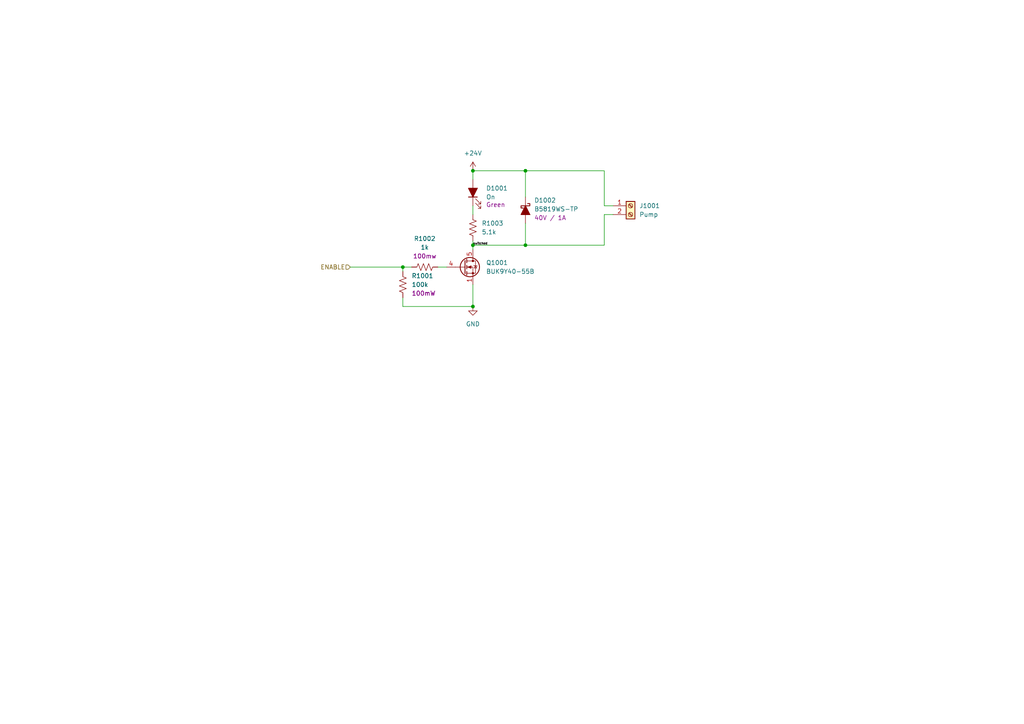
<source format=kicad_sch>
(kicad_sch (version 20230121) (generator eeschema)
  (paper "A4")
  (lib_symbols
    (symbol "Connector:Screw_Terminal_01x02" (pin_names (offset 1.016) hide)
      (property "Reference" "J" (at 0 2.54 0))
      (property "Value" "Screw_Terminal_01x02" (at 0 -5.08 0))
      (symbol "Screw_Terminal_01x02_1_1"
        (rectangle (start -1.27 1.27) (end 1.27 -3.81) (stroke (width 0.254)) (fill (type background)))
        (circle (center 0 -2.54) (radius 0.635) (stroke (width 0.1524)))
        (polyline (pts (xy -0.5334 -2.2098) (xy 0.3302 -3.048)) (stroke (width 0.1524)))
        (polyline (pts (xy -0.5334 0.3302) (xy 0.3302 -0.508)) (stroke (width 0.1524)))
        (polyline (pts (xy -0.3556 -2.032) (xy 0.508 -2.8702)) (stroke (width 0.1524)))
        (polyline (pts (xy -0.3556 0.508) (xy 0.508 -0.3302)) (stroke (width 0.1524)))
        (circle (center 0 0) (radius 0.635) (stroke (width 0.1524)))
        (pin passive line (at -5.08 0 0) (length 3.81) (name "Pin_1") (number "1"))
        (pin passive line (at -5.08 -2.54 0) (length 3.81) (name "Pin_2") (number "2"))
      )
    )
    (symbol "Device:D_Schottky_Filled" (pin_numbers hide) (pin_names (offset 1.016) hide)
      (property "Reference" "D" (at 0 2.54 0))
      (property "Value" "D_Schottky_Filled" (at 0 -2.54 0))
      (symbol "D_Schottky_Filled_0_1"
        (polyline (pts (xy 1.27 0) (xy -1.27 0)))
        (polyline (pts (xy 1.27 1.27) (xy 1.27 -1.27) (xy -1.27 0) (xy 1.27 1.27)) (stroke (width 0.254)) (fill (type outline)))
        (polyline (pts (xy -1.905 0.635) (xy -1.905 1.27) (xy -1.27 1.27) (xy -1.27 -1.27) (xy -0.635 -1.27) (xy -0.635 -0.635)) (stroke (width 0.254)))
      )
      (symbol "D_Schottky_Filled_1_1"
        (pin passive line (at -3.81 0 0) (length 2.54) (name "K") (number "1"))
        (pin passive line (at 3.81 0 180) (length 2.54) (name "A") (number "2"))
      )
    )
    (symbol "Device:LED_Filled" (pin_numbers hide) (pin_names (offset 1.016) hide)
      (property "Reference" "D" (at 0 2.54 0))
      (property "Value" "LED_Filled" (at 0 -2.54 0))
      (symbol "LED_Filled_0_1"
        (polyline (pts (xy -1.27 -1.27) (xy -1.27 1.27)) (stroke (width 0.254)))
        (polyline (pts (xy -1.27 0) (xy 1.27 0)))
        (polyline (pts (xy 1.27 -1.27) (xy 1.27 1.27) (xy -1.27 0) (xy 1.27 -1.27)) (stroke (width 0.254)) (fill (type outline)))
        (polyline (pts (xy -3.048 -0.762) (xy -4.572 -2.286) (xy -3.81 -2.286) (xy -4.572 -2.286) (xy -4.572 -1.524)))
        (polyline (pts (xy -1.778 -0.762) (xy -3.302 -2.286) (xy -2.54 -2.286) (xy -3.302 -2.286) (xy -3.302 -1.524)))
      )
      (symbol "LED_Filled_1_1"
        (pin passive line (at -3.81 0 0) (length 2.54) (name "K") (number "1"))
        (pin passive line (at 3.81 0 180) (length 2.54) (name "A") (number "2"))
      )
    )
    (symbol "Device:R_US" (pin_numbers hide) (pin_names (offset 0))
      (property "Reference" "R" (at 2.54 0 90))
      (property "Value" "R_US" (at -2.54 0 90))
      (symbol "R_US_0_1"
        (polyline (pts (xy 0 -2.286) (xy 0 -2.54)))
        (polyline (pts (xy 0 2.286) (xy 0 2.54)))
        (polyline (pts (xy 0 -0.762) (xy 1.016 -1.143) (xy 0 -1.524) (xy -1.016 -1.905) (xy 0 -2.286)))
        (polyline (pts (xy 0 0.762) (xy 1.016 0.381) (xy 0 0) (xy -1.016 -0.381) (xy 0 -0.762)))
        (polyline (pts (xy 0 2.286) (xy 1.016 1.905) (xy 0 1.524) (xy -1.016 1.143) (xy 0 0.762)))
      )
      (symbol "R_US_1_1"
        (pin passive line (at 0 3.81 270) (length 1.27) (name "~") (number "1"))
        (pin passive line (at 0 -3.81 90) (length 1.27) (name "~") (number "2"))
      )
    )
    (symbol "Transistor_FET:PSMN5R2-60YL" (pin_names hide)
      (property "Reference" "Q" (at 6.35 2.54 0))
      (property "Value" "PSMN5R2-60YL" (at 12.7 0 0))
      (symbol "PSMN5R2-60YL_0_1"
        (polyline (pts (xy 0.254 0) (xy -2.54 0)))
        (polyline (pts (xy 0.254 1.905) (xy 0.254 -1.905)) (stroke (width 0.254)))
        (polyline (pts (xy 0.762 -1.27) (xy 0.762 -2.286)) (stroke (width 0.254)))
        (polyline (pts (xy 0.762 0.508) (xy 0.762 -0.508)) (stroke (width 0.254)))
        (polyline (pts (xy 0.762 2.286) (xy 0.762 1.27)) (stroke (width 0.254)))
        (polyline (pts (xy 2.54 2.54) (xy 2.54 1.778)))
        (polyline (pts (xy 2.54 -2.54) (xy 2.54 0) (xy 0.762 0)))
        (polyline (pts (xy 0.762 -1.778) (xy 3.302 -1.778) (xy 3.302 1.778) (xy 0.762 1.778)))
        (polyline (pts (xy 1.016 0) (xy 2.032 0.381) (xy 2.032 -0.381) (xy 1.016 0)) (fill (type outline)))
        (polyline (pts (xy 2.794 0.508) (xy 2.921 0.381) (xy 3.683 0.381) (xy 3.81 0.254)))
        (polyline (pts (xy 3.302 0.381) (xy 2.921 -0.254) (xy 3.683 -0.254) (xy 3.302 0.381)))
        (circle (center 1.651 0) (radius 2.794) (stroke (width 0.254)))
        (circle (center 2.54 -1.778) (radius 0.254) (fill (type outline)))
        (circle (center 2.54 1.778) (radius 0.254) (fill (type outline)))
      )
      (symbol "PSMN5R2-60YL_1_1"
        (pin passive line (at 2.54 -5.08 90) (length 2.54) (name "S") (number "1"))
        (pin passive line (at 2.54 -5.08 90) (length 2.54) hide (name "S") (number "2"))
        (pin passive line (at 2.54 -5.08 90) (length 2.54) hide (name "S") (number "3"))
        (pin passive line (at -5.08 0 0) (length 2.54) (name "G") (number "4"))
        (pin passive line (at 2.54 5.08 270) (length 2.54) (name "D") (number "5"))
      )
    )
    (symbol "power:+24V" (power) (pin_names (offset 0))
      (property "Value" "+24V" (at 0 3.556 0))
      (symbol "+24V_0_1"
        (polyline (pts (xy -0.762 1.27) (xy 0 2.54)))
        (polyline (pts (xy 0 0) (xy 0 2.54)))
        (polyline (pts (xy 0 2.54) (xy 0.762 1.27)))
      )
      (symbol "+24V_1_1"
        (pin power_in line (at 0 0 90) (length 0) hide (name "+24V") (number "1"))
      )
    )
    (symbol "power:GND" (power) (pin_names (offset 0))
      (property "Value" "GND" (at 0 -3.81 0))
      (symbol "GND_0_1"
        (polyline (pts (xy 0 0) (xy 0 -1.27) (xy 1.27 -1.27) (xy 0 -2.54) (xy -1.27 -1.27) (xy 0 -1.27)))
      )
      (symbol "GND_1_1"
        (pin power_in line (at 0 0 270) (length 0) hide (name "GND") (number "1"))
      )
    )
  )
  (junction (at 116.84 77.47))
  (junction (at 152.4 71.12))
  (junction (at 152.4 49.53))
  (junction (at 137.16 49.53))
  (junction (at 137.16 88.9))
  (junction (at 137.16 71.12))
  (wire (pts (xy 152.4 64.77) (xy 152.4 71.12)))
  (wire (pts (xy 137.16 59.69) (xy 137.16 62.23)))
  (wire (pts (xy 137.16 82.55) (xy 137.16 88.9)))
  (wire (pts (xy 137.16 69.85) (xy 137.16 71.12)))
  (wire (pts (xy 175.26 49.53) (xy 152.4 49.53)))
  (wire (pts (xy 137.16 52.07) (xy 137.16 49.53)))
  (wire (pts (xy 116.84 88.9) (xy 137.16 88.9)))
  (wire (pts (xy 116.84 86.36) (xy 116.84 88.9)))
  (wire (pts (xy 137.16 49.53) (xy 152.4 49.53)))
  (wire (pts (xy 177.8 59.69) (xy 175.26 59.69)))
  (wire (pts (xy 116.84 77.47) (xy 116.84 78.74)))
  (wire (pts (xy 175.26 71.12) (xy 152.4 71.12)))
  (wire (pts (xy 152.4 49.53) (xy 152.4 57.15)))
  (wire (pts (xy 101.6 77.47) (xy 116.84 77.47)))
  (wire (pts (xy 127 77.47) (xy 129.54 77.47)))
  (wire (pts (xy 116.84 77.47) (xy 119.38 77.47)))
  (wire (pts (xy 152.4 71.12) (xy 137.16 71.12)))
  (wire (pts (xy 175.26 62.23) (xy 175.26 71.12)))
  (wire (pts (xy 175.26 59.69) (xy 175.26 49.53)))
  (wire (pts (xy 177.8 62.23) (xy 175.26 62.23)))
  (wire (pts (xy 137.16 71.12) (xy 137.16 72.39)))
  (label "switched" (at 137.16 71.12 0) (effects (font (size 0.64 0.64))))
  (hierarchical_label "ENABLE" (shape input) (at 101.6 77.47 180))
  (symbol (lib_id "Device:D_Schottky_Filled") (at 152.4 60.96 270) (unit 1)
    (property "Reference" "D1002" (at 154.94 58.1025 90) (effects (justify left)))
    (property "Value" "B5819WS-TP" (at 154.94 60.6425 90) (effects (justify left)))
    (property "Footprint" "Droid:D_SOD-323" (effects hide))
    (property "Datasheet" "https://www.mccsemi.com/pdf/Products/B5817WS-B5819WS(SOD-323).PDF" (effects hide))
    (property "Rating" "40V / 1A" (at 154.94 63.1825 90) (effects (justify left)))
    (property "mpn" "B5819WS-TP" (effects hide))
    (instances (project "movertron" (path "" (reference "D1002") (unit 1)) (path "" (reference "D1102") (unit 1)) (path "" (reference "D1302") (unit 1)) (path "" (reference "D1402") (unit 1))))
  )
  (symbol (lib_id "Device:LED_Filled") (at 137.16 55.88 90) (unit 1)
    (property "Reference" "D1001" (at 140.97 54.61 90) (effects (justify right)))
    (property "Value" "On" (at 140.97 57.15 90) (effects (justify right)))
    (property "Footprint" "Droid:LED_0805_LiteOn" (effects hide))
    (property "Rating" "Green" (at 140.97 59.3725 90) (effects (justify right)))
    (property "mpn" "APT2012SGC" (effects hide))
    (instances (project "movertron" (path "" (reference "D1001") (unit 1)) (path "" (reference "D1101") (unit 1)) (path "" (reference "D1301") (unit 1)) (path "" (reference "D1401") (unit 1))))
  )
  (symbol (lib_id "power:+24V") (at 137.16 49.53 0) (unit 1)
    (property "Reference" "#PWR01001" (effects hide))
    (property "Value" "+24V" (at 137.16 44.45 0))
    (instances (project "movertron" (path "" (reference "#PWR01001") (unit 1)) (path "" (reference "#PWR01301") (unit 1)) (path "" (reference "#PWR01401") (unit 1)) (path "" (reference "#PWR01101") (unit 1))))
  )
  (symbol (lib_id "Device:R_US") (at 116.84 82.55 0) (unit 1)
    (property "Reference" "R1001" (at 119.38 80.0099 0) (effects (justify left)))
    (property "Value" "100k" (at 119.38 82.5499 0) (effects (justify left)))
    (property "Footprint" "Droid:R_0603_HandSolder" (effects hide))
    (property "Rating" "100mW" (at 119.38 85.0899 0) (effects (justify left)))
    (property "mpn" "RC0603JR-07100KL" (effects hide))
    (instances (project "movertron" (path "" (reference "R1001") (unit 1)) (path "" (reference "R1101") (unit 1)) (path "" (reference "R1301") (unit 1)) (path "" (reference "R1401") (unit 1))) (project "starfish" (path "" (reference "R1001") (unit 1)) (path "" (reference "R1101") (unit 1)) (path "" (reference "R1301") (unit 1)) (path "" (reference "R1701") (unit 1))))
  )
  (symbol (lib_id "Device:R_US") (at 123.19 77.47 90) (unit 1)
    (property "Reference" "R1002" (at 123.19 69.215 90))
    (property "Value" "1k" (at 123.19 71.755 90))
    (property "Footprint" "Droid:R_0603_HandSolder" (effects hide))
    (property "Rating" "100mw" (at 123.19 74.295 90))
    (property "mpn" "RMCF0603JT1K00" (effects hide))
    (instances (project "movertron" (path "" (reference "R1002") (unit 1)) (path "" (reference "R1102") (unit 1)) (path "" (reference "R1302") (unit 1)) (path "" (reference "R1402") (unit 1))) (project "starfish" (path "" (reference "R1002") (unit 1)) (path "" (reference "R1102") (unit 1)) (path "" (reference "R1302") (unit 1)) (path "" (reference "R1702") (unit 1))))
  )
  (symbol (lib_id "power:GND") (at 137.16 88.9 0) (unit 1)
    (property "Reference" "#PWR01002" (effects hide))
    (property "Value" "GND" (at 137.16 93.98 0))
    (instances (project "movertron" (path "" (reference "#PWR01002") (unit 1)) (path "" (reference "#PWR01302") (unit 1)) (path "" (reference "#PWR01402") (unit 1)) (path "" (reference "#PWR01102") (unit 1))))
  )
  (symbol (lib_id "Device:R_US") (at 137.16 66.04 0) (unit 1)
    (property "Reference" "R1003" (at 139.7 64.77 0) (effects (justify left)))
    (property "Value" "5.1k" (at 139.7 67.31 0) (effects (justify left)))
    (property "Footprint" "Droid:R_0603_HandSolder" (effects hide))
    (property "mpn" "RMCF0603FT5K10" (effects hide))
    (instances (project "movertron" (path "" (reference "R1003") (unit 1)) (path "" (reference "R1103") (unit 1)) (path "" (reference "R1303") (unit 1)) (path "" (reference "R1403") (unit 1))))
  )
  (symbol (lib_id "Transistor_FET:PSMN5R2-60YL") (at 134.62 77.47 0) (unit 1)
    (property "Reference" "Q1001" (at 140.97 76.2 0) (effects (justify left)))
    (property "Value" "BUK9Y40-55B" (at 140.97 78.74 0) (effects (justify left)))
    (property "Footprint" "Package_TO_SOT_SMD:LFPAK56" (effects hide))
    (property "Datasheet" "https://assets.nexperia.com/documents/data-sheet/PSMN5R2-60YL.pdf" (effects hide))
    (property "mpn" "BUK9Y40-55B,115" (effects hide))
    (instances (project "movertron" (path "" (reference "Q1001") (unit 1)) (path "" (reference "Q1101") (unit 1)) (path "" (reference "Q1301") (unit 1)) (path "" (reference "Q1401") (unit 1))))
  )
  (symbol (lib_id "Connector:Screw_Terminal_01x02") (at 182.88 59.69 0) (unit 1)
    (property "Reference" "J1001" (at 185.42 59.69 0) (effects (justify left)))
    (property "Value" "Pump" (at 185.42 62.23 0) (effects (justify left)))
    (property "Footprint" "Droid:TerminalBlock_PhoenixContact_2x5mm" (effects hide))
    (property "mpn" "1935161" (effects hide))
    (instances (project "movertron" (path "" (reference "J1001") (unit 1)) (path "" (reference "J1101") (unit 1)) (path "" (reference "J1301") (unit 1)) (path "" (reference "J1401") (unit 1))))
  )
)
</source>
